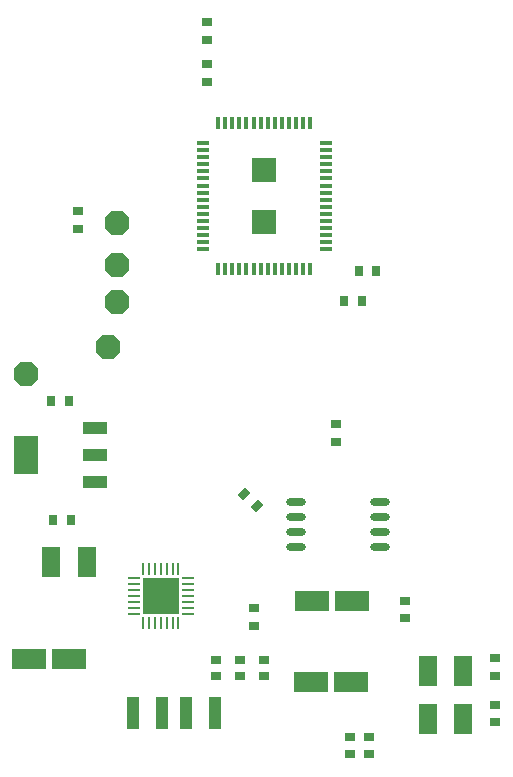
<source format=gtp>
G04*
G04 #@! TF.GenerationSoftware,Altium Limited,Altium Designer,18.0.9 (584)*
G04*
G04 Layer_Color=8421504*
%FSLAX25Y25*%
%MOIN*%
G70*
G01*
G75*
%ADD15O,0.00984X0.04134*%
%ADD16O,0.04134X0.00984*%
%ADD17R,0.12323X0.12323*%
%ADD18P,0.08949X8X22.5*%
%ADD19R,0.08465X0.03937*%
%ADD20R,0.08465X0.12795*%
%ADD21R,0.03543X0.02756*%
%ADD22R,0.01181X0.04331*%
%ADD23R,0.04331X0.01181*%
%ADD24R,0.08268X0.08268*%
%ADD25R,0.02756X0.03543*%
%ADD26O,0.06693X0.02362*%
G04:AMPARAMS|DCode=27|XSize=35.43mil|YSize=27.56mil|CornerRadius=0mil|HoleSize=0mil|Usage=FLASHONLY|Rotation=45.000|XOffset=0mil|YOffset=0mil|HoleType=Round|Shape=Rectangle|*
%AMROTATEDRECTD27*
4,1,4,-0.00278,-0.02227,-0.02227,-0.00278,0.00278,0.02227,0.02227,0.00278,-0.00278,-0.02227,0.0*
%
%ADD27ROTATEDRECTD27*%

%ADD28R,0.03543X0.03150*%
%ADD29R,0.03150X0.03543*%
%ADD30R,0.05906X0.10236*%
%ADD31R,0.11221X0.07087*%
%ADD32R,0.03937X0.10630*%
D15*
X151094Y157445D02*
D03*
X153063D02*
D03*
X155032D02*
D03*
X157000D02*
D03*
X158968D02*
D03*
X160937D02*
D03*
X162906D02*
D03*
Y175555D02*
D03*
X160937D02*
D03*
X158968D02*
D03*
X157000D02*
D03*
X155032D02*
D03*
X153063D02*
D03*
X151094D02*
D03*
D16*
X166055Y160594D02*
D03*
Y162563D02*
D03*
Y164532D02*
D03*
Y166500D02*
D03*
Y168468D02*
D03*
Y170437D02*
D03*
Y172406D02*
D03*
X147945D02*
D03*
Y170437D02*
D03*
Y168468D02*
D03*
Y166500D02*
D03*
Y164532D02*
D03*
Y162563D02*
D03*
Y160594D02*
D03*
D17*
X157000Y166500D02*
D03*
D18*
X112000Y240500D02*
D03*
X142500Y291000D02*
D03*
Y277000D02*
D03*
Y264500D02*
D03*
X139500Y249500D02*
D03*
D19*
X135016Y204445D02*
D03*
Y213500D02*
D03*
Y222555D02*
D03*
D20*
X111984Y213500D02*
D03*
D21*
X172500Y357906D02*
D03*
Y352000D02*
D03*
X172500Y343953D02*
D03*
Y338047D02*
D03*
X129500Y289047D02*
D03*
Y294953D02*
D03*
X215500Y218000D02*
D03*
Y223905D02*
D03*
X268500Y140047D02*
D03*
Y145953D02*
D03*
X268500Y124500D02*
D03*
Y130405D02*
D03*
X188000Y156547D02*
D03*
Y162453D02*
D03*
D22*
X206854Y324248D02*
D03*
X176146D02*
D03*
X206854Y275429D02*
D03*
X176146D02*
D03*
X195043Y324248D02*
D03*
X180870D02*
D03*
X183232D02*
D03*
X185594D02*
D03*
X187957D02*
D03*
X190319D02*
D03*
X192681D02*
D03*
X197406D02*
D03*
X199768D02*
D03*
X202130D02*
D03*
X204492D02*
D03*
X178508D02*
D03*
X204492Y275429D02*
D03*
X178508D02*
D03*
X180870D02*
D03*
X183232D02*
D03*
X185594D02*
D03*
X190319D02*
D03*
X192681D02*
D03*
X195043D02*
D03*
X197406D02*
D03*
X199768D02*
D03*
X202130D02*
D03*
X187957D02*
D03*
D23*
X171028Y282122D02*
D03*
Y284484D02*
D03*
Y317555D02*
D03*
Y315193D02*
D03*
X211972Y317555D02*
D03*
Y315193D02*
D03*
Y282122D02*
D03*
Y284484D02*
D03*
Y296295D02*
D03*
X211972Y310469D02*
D03*
Y308106D02*
D03*
X211972Y305744D02*
D03*
X211972Y303382D02*
D03*
X211972Y301020D02*
D03*
Y298657D02*
D03*
Y293933D02*
D03*
Y291571D02*
D03*
Y289209D02*
D03*
Y286846D02*
D03*
Y312831D02*
D03*
X171028Y286846D02*
D03*
Y312831D02*
D03*
Y310469D02*
D03*
Y308106D02*
D03*
Y305744D02*
D03*
Y301020D02*
D03*
Y298657D02*
D03*
X171028Y296295D02*
D03*
X171028Y293933D02*
D03*
X171028Y291571D02*
D03*
Y289209D02*
D03*
X171028Y303382D02*
D03*
D24*
X191500Y291177D02*
D03*
Y308500D02*
D03*
D25*
X218047Y265000D02*
D03*
X223953D02*
D03*
X120595Y231500D02*
D03*
X126500D02*
D03*
X121047Y192000D02*
D03*
X126953D02*
D03*
D26*
X229976Y183000D02*
D03*
Y188000D02*
D03*
Y193000D02*
D03*
Y198000D02*
D03*
X202024Y183000D02*
D03*
Y188000D02*
D03*
Y193000D02*
D03*
Y198000D02*
D03*
D27*
X184912Y200588D02*
D03*
X189088Y196412D02*
D03*
D28*
X226500Y113988D02*
D03*
Y119500D02*
D03*
X220000Y114000D02*
D03*
Y119512D02*
D03*
X238500Y159244D02*
D03*
Y164756D02*
D03*
X183500Y139744D02*
D03*
Y145256D02*
D03*
X175500Y139744D02*
D03*
Y145256D02*
D03*
X191500Y139744D02*
D03*
Y145256D02*
D03*
D29*
X228756Y275000D02*
D03*
X223244D02*
D03*
D30*
X246094Y125500D02*
D03*
X257906D02*
D03*
X246094Y141500D02*
D03*
X257906D02*
D03*
X132405Y178000D02*
D03*
X120595D02*
D03*
D31*
X220693Y165000D02*
D03*
X207307D02*
D03*
X220500Y138000D02*
D03*
X207114D02*
D03*
X126500Y145500D02*
D03*
X113114D02*
D03*
D32*
X147689Y127630D02*
D03*
X157531D02*
D03*
X165405D02*
D03*
X175248D02*
D03*
M02*

</source>
